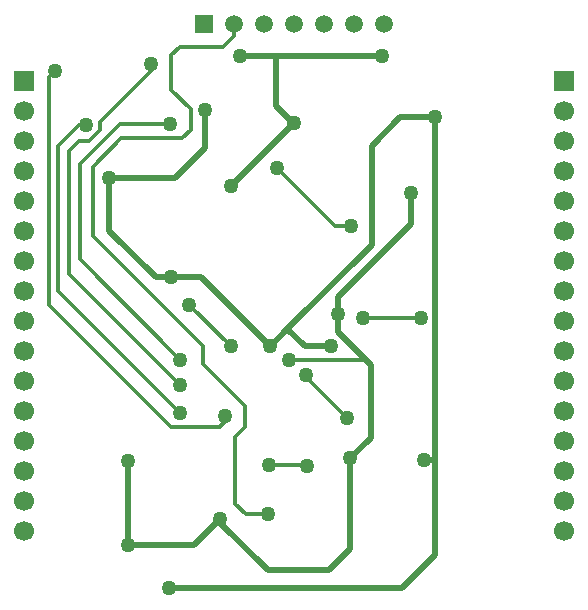
<source format=gbl>
%FSLAX43Y43*%
%MOMM*%
G71*
G01*
G75*
G04 Layer_Physical_Order=2*
G04 Layer_Color=16711680*
%ADD10R,1.500X1.400*%
%ADD11R,1.600X0.600*%
%ADD12R,0.600X1.600*%
%ADD13R,1.400X1.500*%
%ADD14O,2.000X0.350*%
%ADD15O,0.350X2.000*%
%ADD16C,0.300*%
%ADD17C,0.500*%
%ADD18R,1.700X1.700*%
%ADD19C,1.700*%
%ADD20C,1.500*%
%ADD21R,1.500X1.500*%
%ADD22C,1.270*%
D16*
X26090Y11270D02*
Y11440D01*
X26050Y11230D02*
X26090Y11270D01*
X25770Y11510D02*
X26050Y11230D01*
X24570Y20400D02*
X31130D01*
X22840Y11510D02*
X25770D01*
X19190Y15250D02*
Y15710D01*
X18700Y14760D02*
X19190Y15250D01*
X20850Y14790D02*
Y16530D01*
X20000Y13940D02*
X20850Y14790D01*
X17300Y20080D02*
X20850Y16530D01*
X26050Y19010D02*
Y19160D01*
Y19010D02*
X29510Y15550D01*
X15205Y18195D02*
Y18445D01*
X5920Y27730D02*
X15205Y18445D01*
X5920Y27730D02*
Y38090D01*
X7940Y36790D02*
X10350Y39200D01*
X7940Y30970D02*
Y36790D01*
Y30970D02*
X17300Y21610D01*
X8590Y39900D02*
Y40570D01*
X7670Y38980D02*
X8590Y39900D01*
X6810Y38980D02*
X7670D01*
X5920Y38090D02*
X6810Y38980D01*
X6820Y40360D02*
X7350D01*
X5020Y38560D02*
X6820Y40360D01*
X5020Y26300D02*
Y38560D01*
X6850Y37020D02*
X8590Y38760D01*
X6850Y28990D02*
Y37020D01*
Y28990D02*
X15380Y20460D01*
X5020Y26300D02*
X15360Y15960D01*
X4250Y44370D02*
X4780Y44900D01*
X4250Y25090D02*
Y44370D01*
Y25090D02*
X14580Y14760D01*
X14620Y43300D02*
X16270Y41650D01*
Y39920D02*
Y41650D01*
X15550Y39200D02*
X16270Y39920D01*
X10280Y40450D02*
X14490D01*
X8590Y38760D02*
X10280Y40450D01*
X8590Y38760D02*
Y38760D01*
X10350Y39200D02*
X15550D01*
X8590Y40570D02*
X12920Y44900D01*
Y45470D01*
X28470Y31810D02*
X29820D01*
X23580Y36700D02*
X28470Y31810D01*
X20000Y8260D02*
X20890Y7370D01*
X20000Y8260D02*
Y13940D01*
X19920Y47830D02*
Y48910D01*
X19010Y46920D02*
X19920Y47830D01*
X15310Y46920D02*
X19010D01*
X14620Y46230D02*
X15310Y46920D01*
X14620Y43300D02*
Y46230D01*
X17300Y20080D02*
Y21610D01*
X20890Y7370D02*
X22770D01*
X14580Y14760D02*
X18700D01*
X16140Y25080D02*
Y25090D01*
Y25080D02*
X19620Y21600D01*
X35750Y24000D02*
X35750Y24000D01*
X30880Y24000D02*
X35750D01*
D17*
X24445Y23065D02*
X31590Y30210D01*
X22935Y21555D02*
X24445Y23065D01*
X25910Y21600D02*
X28110D01*
X24445Y23065D02*
X25910Y21600D01*
X28700Y24350D02*
Y25780D01*
Y22830D02*
Y24350D01*
X31130Y20400D02*
X31530Y20000D01*
X28700Y22830D02*
X31130Y20400D01*
X34900Y31980D02*
Y34540D01*
X36970Y11950D02*
Y40920D01*
Y3920D02*
Y11950D01*
X36020D02*
X36970D01*
X34180Y1130D02*
X36970Y3920D01*
X31530Y13860D02*
Y20000D01*
X29775Y12105D02*
X31530Y13860D01*
X14440Y1130D02*
X34180D01*
X17140Y27470D02*
X22890Y21720D01*
X14620Y27470D02*
X17140D01*
X19710Y35220D02*
Y35240D01*
X19685Y35205D02*
X24970Y40490D01*
X19690Y35200D02*
X19710Y35220D01*
X17470Y41540D02*
X17500Y41570D01*
X17470Y38400D02*
Y41540D01*
X14930Y35860D02*
X17470Y38400D01*
X10930Y11850D02*
X10950Y11870D01*
X10930Y4790D02*
Y11850D01*
X9360Y35860D02*
X14930D01*
X23500Y41940D02*
X24860Y40580D01*
X23500Y41940D02*
Y46180D01*
X32450D01*
X20460D02*
X23500D01*
X9360Y31380D02*
Y35860D01*
Y31380D02*
X13270Y27470D01*
X14620D01*
X36910Y40980D02*
X36970Y40920D01*
X27970Y2630D02*
X29760Y4420D01*
Y12120D01*
X28700Y25780D02*
X34900Y31980D01*
X10930Y4790D02*
X16570D01*
X22780Y2630D02*
X27970D01*
X16570Y4790D02*
X18595Y6815D01*
X22780Y2630D01*
X31590Y30210D02*
Y38590D01*
X33980Y40980D01*
X36910D01*
D18*
X2140Y44050D02*
D03*
X47860D02*
D03*
D19*
X2140Y41510D02*
D03*
Y38970D02*
D03*
Y36430D02*
D03*
Y33890D02*
D03*
Y31350D02*
D03*
Y28810D02*
D03*
Y26270D02*
D03*
Y23730D02*
D03*
Y21190D02*
D03*
Y18650D02*
D03*
Y16110D02*
D03*
Y13570D02*
D03*
Y11030D02*
D03*
Y8490D02*
D03*
Y5950D02*
D03*
X47860Y41510D02*
D03*
Y38970D02*
D03*
Y36430D02*
D03*
Y33890D02*
D03*
Y31350D02*
D03*
Y28810D02*
D03*
Y26270D02*
D03*
Y23730D02*
D03*
Y21190D02*
D03*
Y18650D02*
D03*
Y16110D02*
D03*
Y13570D02*
D03*
Y11030D02*
D03*
Y8490D02*
D03*
Y5950D02*
D03*
D20*
X32620Y48910D02*
D03*
X30080D02*
D03*
X27540D02*
D03*
X25000D02*
D03*
X19920D02*
D03*
X22460D02*
D03*
D21*
X17380D02*
D03*
D22*
X26090Y11440D02*
D03*
X28110Y21600D02*
D03*
X28700Y24350D02*
D03*
X24570Y20400D02*
D03*
X19620Y21600D02*
D03*
X34900Y34540D02*
D03*
X36000Y11950D02*
D03*
X14440Y1130D02*
D03*
X22930Y21580D02*
D03*
X22840Y11510D02*
D03*
X19190Y15710D02*
D03*
X26050Y19160D02*
D03*
X29510Y15550D02*
D03*
X19690Y35200D02*
D03*
X10950Y11870D02*
D03*
X17500Y41570D02*
D03*
X24970Y40490D02*
D03*
X9360Y35860D02*
D03*
X14620Y27470D02*
D03*
X36910Y40980D02*
D03*
X10930Y4790D02*
D03*
X29760Y12120D02*
D03*
X32450Y46180D02*
D03*
X20460D02*
D03*
X22770Y7370D02*
D03*
X29820Y31810D02*
D03*
X23580Y36700D02*
D03*
X14480Y40450D02*
D03*
X4780Y44900D02*
D03*
X7350Y40360D02*
D03*
X15360Y15960D02*
D03*
X12920Y45470D02*
D03*
X15340Y18330D02*
D03*
X15380Y20460D02*
D03*
X16140Y25090D02*
D03*
X35750Y24000D02*
D03*
X30880Y23990D02*
D03*
X18720Y6970D02*
D03*
M02*

</source>
